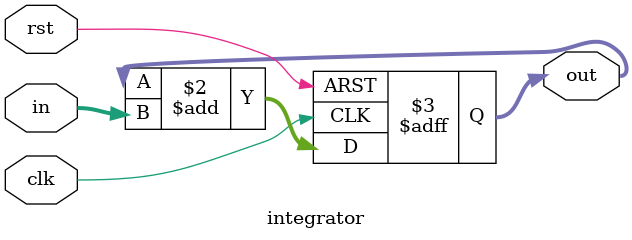
<source format=v>
module integrator(
    input wire clk,
    input wire rst,
    input wire [23:0] in,
    output reg [23:0] out
);
    always @(posedge clk or posedge rst) begin
    	if (rst) begin
	        out<=0;
        end else begin
	        out<=out+in;
	    end
    end
endmodule

</source>
